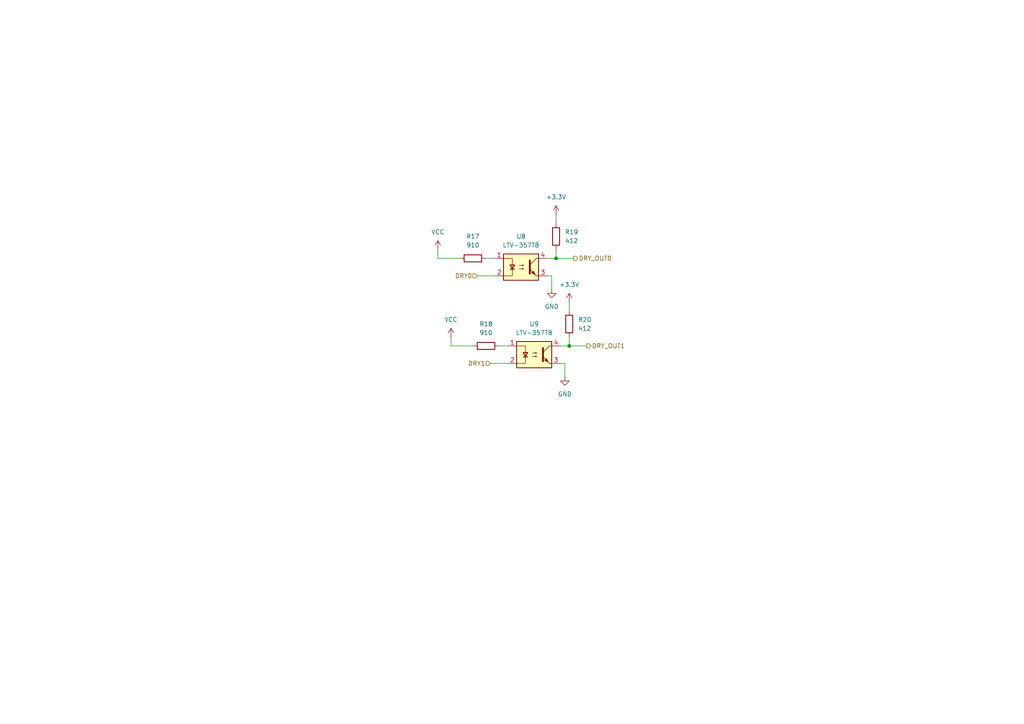
<source format=kicad_sch>
(kicad_sch
	(version 20250114)
	(generator "eeschema")
	(generator_version "9.0")
	(uuid "31d813c0-3519-4fd5-a836-e3af338a3e67")
	(paper "A4")
	(lib_symbols
		(symbol "Device:R"
			(pin_numbers
				(hide yes)
			)
			(pin_names
				(offset 0)
			)
			(exclude_from_sim no)
			(in_bom yes)
			(on_board yes)
			(property "Reference" "R"
				(at 2.032 0 90)
				(effects
					(font
						(size 1.27 1.27)
					)
				)
			)
			(property "Value" "R"
				(at 0 0 90)
				(effects
					(font
						(size 1.27 1.27)
					)
				)
			)
			(property "Footprint" ""
				(at -1.778 0 90)
				(effects
					(font
						(size 1.27 1.27)
					)
					(hide yes)
				)
			)
			(property "Datasheet" "~"
				(at 0 0 0)
				(effects
					(font
						(size 1.27 1.27)
					)
					(hide yes)
				)
			)
			(property "Description" "Resistor"
				(at 0 0 0)
				(effects
					(font
						(size 1.27 1.27)
					)
					(hide yes)
				)
			)
			(property "ki_keywords" "R res resistor"
				(at 0 0 0)
				(effects
					(font
						(size 1.27 1.27)
					)
					(hide yes)
				)
			)
			(property "ki_fp_filters" "R_*"
				(at 0 0 0)
				(effects
					(font
						(size 1.27 1.27)
					)
					(hide yes)
				)
			)
			(symbol "R_0_1"
				(rectangle
					(start -1.016 -2.54)
					(end 1.016 2.54)
					(stroke
						(width 0.254)
						(type default)
					)
					(fill
						(type none)
					)
				)
			)
			(symbol "R_1_1"
				(pin passive line
					(at 0 3.81 270)
					(length 1.27)
					(name "~"
						(effects
							(font
								(size 1.27 1.27)
							)
						)
					)
					(number "1"
						(effects
							(font
								(size 1.27 1.27)
							)
						)
					)
				)
				(pin passive line
					(at 0 -3.81 90)
					(length 1.27)
					(name "~"
						(effects
							(font
								(size 1.27 1.27)
							)
						)
					)
					(number "2"
						(effects
							(font
								(size 1.27 1.27)
							)
						)
					)
				)
			)
			(embedded_fonts no)
		)
		(symbol "Isolator:LTV-357T"
			(pin_names
				(offset 1.016)
			)
			(exclude_from_sim no)
			(in_bom yes)
			(on_board yes)
			(property "Reference" "U"
				(at -5.334 4.826 0)
				(effects
					(font
						(size 1.27 1.27)
					)
					(justify left)
				)
			)
			(property "Value" "LTV-357T"
				(at 0 5.08 0)
				(effects
					(font
						(size 1.27 1.27)
					)
					(justify left)
				)
			)
			(property "Footprint" "Package_SO:SO-4_4.4x3.6mm_P2.54mm"
				(at -5.08 -5.08 0)
				(effects
					(font
						(size 1.27 1.27)
						(italic yes)
					)
					(justify left)
					(hide yes)
				)
			)
			(property "Datasheet" "https://www.buerklin.com/medias/sys_master/download/download/h91/ha0/8892020588574.pdf"
				(at 0 0 0)
				(effects
					(font
						(size 1.27 1.27)
					)
					(justify left)
					(hide yes)
				)
			)
			(property "Description" "DC Optocoupler, Vce 35V, CTR 50%, SO-4"
				(at 0 0 0)
				(effects
					(font
						(size 1.27 1.27)
					)
					(hide yes)
				)
			)
			(property "ki_keywords" "NPN DC Optocoupler"
				(at 0 0 0)
				(effects
					(font
						(size 1.27 1.27)
					)
					(hide yes)
				)
			)
			(property "ki_fp_filters" "SO*4.4x3.6mm*P2.54mm*"
				(at 0 0 0)
				(effects
					(font
						(size 1.27 1.27)
					)
					(hide yes)
				)
			)
			(symbol "LTV-357T_0_1"
				(rectangle
					(start -5.08 3.81)
					(end 5.08 -3.81)
					(stroke
						(width 0.254)
						(type default)
					)
					(fill
						(type background)
					)
				)
				(polyline
					(pts
						(xy -5.08 2.54) (xy -2.54 2.54) (xy -2.54 -0.762)
					)
					(stroke
						(width 0)
						(type default)
					)
					(fill
						(type none)
					)
				)
				(polyline
					(pts
						(xy -3.175 -0.635) (xy -1.905 -0.635)
					)
					(stroke
						(width 0.254)
						(type default)
					)
					(fill
						(type none)
					)
				)
				(polyline
					(pts
						(xy -2.54 -0.635) (xy -2.54 -2.54) (xy -5.08 -2.54)
					)
					(stroke
						(width 0)
						(type default)
					)
					(fill
						(type none)
					)
				)
				(polyline
					(pts
						(xy -2.54 -0.635) (xy -3.175 0.635) (xy -1.905 0.635) (xy -2.54 -0.635)
					)
					(stroke
						(width 0.254)
						(type default)
					)
					(fill
						(type none)
					)
				)
				(polyline
					(pts
						(xy -0.508 0.508) (xy 0.762 0.508) (xy 0.381 0.381) (xy 0.381 0.635) (xy 0.762 0.508)
					)
					(stroke
						(width 0)
						(type default)
					)
					(fill
						(type none)
					)
				)
				(polyline
					(pts
						(xy -0.508 -0.508) (xy 0.762 -0.508) (xy 0.381 -0.635) (xy 0.381 -0.381) (xy 0.762 -0.508)
					)
					(stroke
						(width 0)
						(type default)
					)
					(fill
						(type none)
					)
				)
				(polyline
					(pts
						(xy 2.54 1.905) (xy 2.54 -1.905) (xy 2.54 -1.905)
					)
					(stroke
						(width 0.508)
						(type default)
					)
					(fill
						(type none)
					)
				)
				(polyline
					(pts
						(xy 2.54 0.635) (xy 4.445 2.54)
					)
					(stroke
						(width 0)
						(type default)
					)
					(fill
						(type none)
					)
				)
				(polyline
					(pts
						(xy 3.048 -1.651) (xy 3.556 -1.143) (xy 4.064 -2.159) (xy 3.048 -1.651) (xy 3.048 -1.651)
					)
					(stroke
						(width 0)
						(type default)
					)
					(fill
						(type outline)
					)
				)
				(polyline
					(pts
						(xy 4.445 2.54) (xy 5.08 2.54)
					)
					(stroke
						(width 0)
						(type default)
					)
					(fill
						(type none)
					)
				)
				(polyline
					(pts
						(xy 4.445 -2.54) (xy 2.54 -0.635)
					)
					(stroke
						(width 0)
						(type default)
					)
					(fill
						(type outline)
					)
				)
				(polyline
					(pts
						(xy 4.445 -2.54) (xy 5.08 -2.54)
					)
					(stroke
						(width 0)
						(type default)
					)
					(fill
						(type none)
					)
				)
			)
			(symbol "LTV-357T_1_1"
				(pin passive line
					(at -7.62 2.54 0)
					(length 2.54)
					(name "~"
						(effects
							(font
								(size 1.27 1.27)
							)
						)
					)
					(number "1"
						(effects
							(font
								(size 1.27 1.27)
							)
						)
					)
				)
				(pin passive line
					(at -7.62 -2.54 0)
					(length 2.54)
					(name "~"
						(effects
							(font
								(size 1.27 1.27)
							)
						)
					)
					(number "2"
						(effects
							(font
								(size 1.27 1.27)
							)
						)
					)
				)
				(pin passive line
					(at 7.62 2.54 180)
					(length 2.54)
					(name "~"
						(effects
							(font
								(size 1.27 1.27)
							)
						)
					)
					(number "4"
						(effects
							(font
								(size 1.27 1.27)
							)
						)
					)
				)
				(pin passive line
					(at 7.62 -2.54 180)
					(length 2.54)
					(name "~"
						(effects
							(font
								(size 1.27 1.27)
							)
						)
					)
					(number "3"
						(effects
							(font
								(size 1.27 1.27)
							)
						)
					)
				)
			)
			(embedded_fonts no)
		)
		(symbol "power:+3.3V"
			(power)
			(pin_numbers
				(hide yes)
			)
			(pin_names
				(offset 0)
				(hide yes)
			)
			(exclude_from_sim no)
			(in_bom yes)
			(on_board yes)
			(property "Reference" "#PWR"
				(at 0 -3.81 0)
				(effects
					(font
						(size 1.27 1.27)
					)
					(hide yes)
				)
			)
			(property "Value" "+3.3V"
				(at 0 3.556 0)
				(effects
					(font
						(size 1.27 1.27)
					)
				)
			)
			(property "Footprint" ""
				(at 0 0 0)
				(effects
					(font
						(size 1.27 1.27)
					)
					(hide yes)
				)
			)
			(property "Datasheet" ""
				(at 0 0 0)
				(effects
					(font
						(size 1.27 1.27)
					)
					(hide yes)
				)
			)
			(property "Description" "Power symbol creates a global label with name \"+3.3V\""
				(at 0 0 0)
				(effects
					(font
						(size 1.27 1.27)
					)
					(hide yes)
				)
			)
			(property "ki_keywords" "global power"
				(at 0 0 0)
				(effects
					(font
						(size 1.27 1.27)
					)
					(hide yes)
				)
			)
			(symbol "+3.3V_0_1"
				(polyline
					(pts
						(xy -0.762 1.27) (xy 0 2.54)
					)
					(stroke
						(width 0)
						(type default)
					)
					(fill
						(type none)
					)
				)
				(polyline
					(pts
						(xy 0 2.54) (xy 0.762 1.27)
					)
					(stroke
						(width 0)
						(type default)
					)
					(fill
						(type none)
					)
				)
				(polyline
					(pts
						(xy 0 0) (xy 0 2.54)
					)
					(stroke
						(width 0)
						(type default)
					)
					(fill
						(type none)
					)
				)
			)
			(symbol "+3.3V_1_1"
				(pin power_in line
					(at 0 0 90)
					(length 0)
					(name "~"
						(effects
							(font
								(size 1.27 1.27)
							)
						)
					)
					(number "1"
						(effects
							(font
								(size 1.27 1.27)
							)
						)
					)
				)
			)
			(embedded_fonts no)
		)
		(symbol "power:GND"
			(power)
			(pin_numbers
				(hide yes)
			)
			(pin_names
				(offset 0)
				(hide yes)
			)
			(exclude_from_sim no)
			(in_bom yes)
			(on_board yes)
			(property "Reference" "#PWR"
				(at 0 -6.35 0)
				(effects
					(font
						(size 1.27 1.27)
					)
					(hide yes)
				)
			)
			(property "Value" "GND"
				(at 0 -3.81 0)
				(effects
					(font
						(size 1.27 1.27)
					)
				)
			)
			(property "Footprint" ""
				(at 0 0 0)
				(effects
					(font
						(size 1.27 1.27)
					)
					(hide yes)
				)
			)
			(property "Datasheet" ""
				(at 0 0 0)
				(effects
					(font
						(size 1.27 1.27)
					)
					(hide yes)
				)
			)
			(property "Description" "Power symbol creates a global label with name \"GND\" , ground"
				(at 0 0 0)
				(effects
					(font
						(size 1.27 1.27)
					)
					(hide yes)
				)
			)
			(property "ki_keywords" "global power"
				(at 0 0 0)
				(effects
					(font
						(size 1.27 1.27)
					)
					(hide yes)
				)
			)
			(symbol "GND_0_1"
				(polyline
					(pts
						(xy 0 0) (xy 0 -1.27) (xy 1.27 -1.27) (xy 0 -2.54) (xy -1.27 -1.27) (xy 0 -1.27)
					)
					(stroke
						(width 0)
						(type default)
					)
					(fill
						(type none)
					)
				)
			)
			(symbol "GND_1_1"
				(pin power_in line
					(at 0 0 270)
					(length 0)
					(name "~"
						(effects
							(font
								(size 1.27 1.27)
							)
						)
					)
					(number "1"
						(effects
							(font
								(size 1.27 1.27)
							)
						)
					)
				)
			)
			(embedded_fonts no)
		)
		(symbol "power:VCC"
			(power)
			(pin_numbers
				(hide yes)
			)
			(pin_names
				(offset 0)
				(hide yes)
			)
			(exclude_from_sim no)
			(in_bom yes)
			(on_board yes)
			(property "Reference" "#PWR"
				(at 0 -3.81 0)
				(effects
					(font
						(size 1.27 1.27)
					)
					(hide yes)
				)
			)
			(property "Value" "VCC"
				(at 0 3.556 0)
				(effects
					(font
						(size 1.27 1.27)
					)
				)
			)
			(property "Footprint" ""
				(at 0 0 0)
				(effects
					(font
						(size 1.27 1.27)
					)
					(hide yes)
				)
			)
			(property "Datasheet" ""
				(at 0 0 0)
				(effects
					(font
						(size 1.27 1.27)
					)
					(hide yes)
				)
			)
			(property "Description" "Power symbol creates a global label with name \"VCC\""
				(at 0 0 0)
				(effects
					(font
						(size 1.27 1.27)
					)
					(hide yes)
				)
			)
			(property "ki_keywords" "global power"
				(at 0 0 0)
				(effects
					(font
						(size 1.27 1.27)
					)
					(hide yes)
				)
			)
			(symbol "VCC_0_1"
				(polyline
					(pts
						(xy -0.762 1.27) (xy 0 2.54)
					)
					(stroke
						(width 0)
						(type default)
					)
					(fill
						(type none)
					)
				)
				(polyline
					(pts
						(xy 0 2.54) (xy 0.762 1.27)
					)
					(stroke
						(width 0)
						(type default)
					)
					(fill
						(type none)
					)
				)
				(polyline
					(pts
						(xy 0 0) (xy 0 2.54)
					)
					(stroke
						(width 0)
						(type default)
					)
					(fill
						(type none)
					)
				)
			)
			(symbol "VCC_1_1"
				(pin power_in line
					(at 0 0 90)
					(length 0)
					(name "~"
						(effects
							(font
								(size 1.27 1.27)
							)
						)
					)
					(number "1"
						(effects
							(font
								(size 1.27 1.27)
							)
						)
					)
				)
			)
			(embedded_fonts no)
		)
	)
	(junction
		(at 165.1 100.33)
		(diameter 0)
		(color 0 0 0 0)
		(uuid "17fb3a03-1e74-4ca3-ae9f-9ede7adeb6ca")
	)
	(junction
		(at 161.29 74.93)
		(diameter 0)
		(color 0 0 0 0)
		(uuid "bb019292-45bd-4871-9197-493c2c605e21")
	)
	(wire
		(pts
			(xy 165.1 100.33) (xy 170.18 100.33)
		)
		(stroke
			(width 0)
			(type default)
		)
		(uuid "0a350830-0cc0-4f2a-a17c-87ef28f70240")
	)
	(wire
		(pts
			(xy 127 74.93) (xy 133.35 74.93)
		)
		(stroke
			(width 0)
			(type default)
		)
		(uuid "0af8aba1-6da1-4412-a73e-b8464488487f")
	)
	(wire
		(pts
			(xy 130.81 100.33) (xy 137.16 100.33)
		)
		(stroke
			(width 0)
			(type default)
		)
		(uuid "489c056c-c93c-42c0-a07a-e21a7ff4237b")
	)
	(wire
		(pts
			(xy 161.29 62.23) (xy 161.29 64.77)
		)
		(stroke
			(width 0)
			(type default)
		)
		(uuid "496919ab-8d1a-4f7e-92c9-3fbed15b24d3")
	)
	(wire
		(pts
			(xy 144.78 100.33) (xy 147.32 100.33)
		)
		(stroke
			(width 0)
			(type default)
		)
		(uuid "4cfc7a08-8044-457b-8ccb-961e49c41555")
	)
	(wire
		(pts
			(xy 161.29 74.93) (xy 161.29 72.39)
		)
		(stroke
			(width 0)
			(type default)
		)
		(uuid "57f63424-4dab-44a6-816c-12084a9adb5f")
	)
	(wire
		(pts
			(xy 138.43 80.01) (xy 143.51 80.01)
		)
		(stroke
			(width 0)
			(type default)
		)
		(uuid "6d795573-2562-4fb7-afd7-383f0c598040")
	)
	(wire
		(pts
			(xy 140.97 74.93) (xy 143.51 74.93)
		)
		(stroke
			(width 0)
			(type default)
		)
		(uuid "774e46ef-fce7-49a2-8be6-b08815428ea8")
	)
	(wire
		(pts
			(xy 130.81 97.79) (xy 130.81 100.33)
		)
		(stroke
			(width 0)
			(type default)
		)
		(uuid "81fa8897-0bcc-41d4-a133-1b39605f16f6")
	)
	(wire
		(pts
			(xy 127 72.39) (xy 127 74.93)
		)
		(stroke
			(width 0)
			(type default)
		)
		(uuid "92562888-d9cb-4bc1-a12d-f80bdf124145")
	)
	(wire
		(pts
			(xy 163.83 109.22) (xy 163.83 105.41)
		)
		(stroke
			(width 0)
			(type default)
		)
		(uuid "939e6223-1da2-4dfb-b7ab-b07c453994f1")
	)
	(wire
		(pts
			(xy 158.75 74.93) (xy 161.29 74.93)
		)
		(stroke
			(width 0)
			(type default)
		)
		(uuid "9cbf7884-f9ef-468c-b48f-941454b24960")
	)
	(wire
		(pts
			(xy 162.56 100.33) (xy 165.1 100.33)
		)
		(stroke
			(width 0)
			(type default)
		)
		(uuid "a103405d-14a4-4ac3-af30-c08aa92db371")
	)
	(wire
		(pts
			(xy 142.24 105.41) (xy 147.32 105.41)
		)
		(stroke
			(width 0)
			(type default)
		)
		(uuid "aab1eecf-e5bc-4c64-b1d7-737b1276c079")
	)
	(wire
		(pts
			(xy 160.02 83.82) (xy 160.02 80.01)
		)
		(stroke
			(width 0)
			(type default)
		)
		(uuid "b896aca2-e550-420d-a64f-f725209b64d9")
	)
	(wire
		(pts
			(xy 161.29 74.93) (xy 166.37 74.93)
		)
		(stroke
			(width 0)
			(type default)
		)
		(uuid "bbe7e77e-1008-4437-9a64-4b55190fb024")
	)
	(wire
		(pts
			(xy 163.83 105.41) (xy 162.56 105.41)
		)
		(stroke
			(width 0)
			(type default)
		)
		(uuid "cad171cc-0ff9-4653-8dfd-7700db0e8018")
	)
	(wire
		(pts
			(xy 165.1 87.63) (xy 165.1 90.17)
		)
		(stroke
			(width 0)
			(type default)
		)
		(uuid "e9af7a50-46c5-4ac9-9b46-9718fe11d44c")
	)
	(wire
		(pts
			(xy 160.02 80.01) (xy 158.75 80.01)
		)
		(stroke
			(width 0)
			(type default)
		)
		(uuid "eea65538-504d-40ec-bae2-88ff3bf0e5aa")
	)
	(wire
		(pts
			(xy 165.1 100.33) (xy 165.1 97.79)
		)
		(stroke
			(width 0)
			(type default)
		)
		(uuid "f20ca3a3-dd8c-49d3-b00e-674c66794f74")
	)
	(hierarchical_label "DRY_OUT0"
		(shape output)
		(at 166.37 74.93 0)
		(effects
			(font
				(size 1.27 1.27)
			)
			(justify left)
		)
		(uuid "5947acb7-aa23-4a0d-8033-26b0b2366a1c")
	)
	(hierarchical_label "DRY1"
		(shape input)
		(at 142.24 105.41 180)
		(effects
			(font
				(size 1.27 1.27)
			)
			(justify right)
		)
		(uuid "9227c51b-c70b-4c7e-bbd3-69eb193aab7d")
	)
	(hierarchical_label "DRY_OUT1"
		(shape output)
		(at 170.18 100.33 0)
		(effects
			(font
				(size 1.27 1.27)
			)
			(justify left)
		)
		(uuid "e61caad3-fe25-4324-bb14-cb3a2db0aa20")
	)
	(hierarchical_label "DRY0"
		(shape input)
		(at 138.43 80.01 180)
		(effects
			(font
				(size 1.27 1.27)
			)
			(justify right)
		)
		(uuid "f3413a76-14a1-4182-81d4-a55d28eac864")
	)
	(symbol
		(lib_id "Device:R")
		(at 161.29 68.58 180)
		(unit 1)
		(exclude_from_sim no)
		(in_bom yes)
		(on_board yes)
		(dnp no)
		(fields_autoplaced yes)
		(uuid "358a3407-699a-449b-8f94-0b1618813dc5")
		(property "Reference" "R19"
			(at 163.83 67.3099 0)
			(effects
				(font
					(size 1.27 1.27)
				)
				(justify right)
			)
		)
		(property "Value" "412"
			(at 163.83 69.8499 0)
			(effects
				(font
					(size 1.27 1.27)
				)
				(justify right)
			)
		)
		(property "Footprint" "Resistor_SMD:R_0603_1608Metric"
			(at 163.068 68.58 90)
			(effects
				(font
					(size 1.27 1.27)
				)
				(hide yes)
			)
		)
		(property "Datasheet" "~"
			(at 161.29 68.58 0)
			(effects
				(font
					(size 1.27 1.27)
				)
				(hide yes)
			)
		)
		(property "Description" "Resistor"
			(at 161.29 68.58 0)
			(effects
				(font
					(size 1.27 1.27)
				)
				(hide yes)
			)
		)
		(pin "1"
			(uuid "a3dbcf10-af81-491e-9a53-edc1a9ba2e7b")
		)
		(pin "2"
			(uuid "e6f0e4ab-0026-490b-bdd7-fb918463cffb")
		)
		(instances
			(project "NIVARA"
				(path "/8290cc18-06d0-4e02-a781-29a61ebc321a/9e4d7a0c-a5eb-4e88-9036-0c35e68b279a/2ac137b5-1347-46a5-b780-a606790c1a93"
					(reference "R19")
					(unit 1)
				)
			)
			(project "NIVARA_ZorionX_BOARD"
				(path "/8e19332e-3534-4a04-99a8-04957ac8928f/2ac137b5-1347-46a5-b780-a606790c1a93"
					(reference "R?")
					(unit 1)
				)
			)
		)
	)
	(symbol
		(lib_id "power:+3.3V")
		(at 161.29 62.23 0)
		(unit 1)
		(exclude_from_sim no)
		(in_bom yes)
		(on_board yes)
		(dnp no)
		(fields_autoplaced yes)
		(uuid "43d2a63a-8791-4041-a987-4fadb05ac615")
		(property "Reference" "#PWR046"
			(at 161.29 66.04 0)
			(effects
				(font
					(size 1.27 1.27)
				)
				(hide yes)
			)
		)
		(property "Value" "+3.3V"
			(at 161.29 57.15 0)
			(effects
				(font
					(size 1.27 1.27)
				)
			)
		)
		(property "Footprint" ""
			(at 161.29 62.23 0)
			(effects
				(font
					(size 1.27 1.27)
				)
				(hide yes)
			)
		)
		(property "Datasheet" ""
			(at 161.29 62.23 0)
			(effects
				(font
					(size 1.27 1.27)
				)
				(hide yes)
			)
		)
		(property "Description" "Power symbol creates a global label with name \"+3.3V\""
			(at 161.29 62.23 0)
			(effects
				(font
					(size 1.27 1.27)
				)
				(hide yes)
			)
		)
		(pin "1"
			(uuid "f4150437-3b6f-4d2a-8058-1313413c74c8")
		)
		(instances
			(project "NIVARA"
				(path "/8290cc18-06d0-4e02-a781-29a61ebc321a/9e4d7a0c-a5eb-4e88-9036-0c35e68b279a/2ac137b5-1347-46a5-b780-a606790c1a93"
					(reference "#PWR046")
					(unit 1)
				)
			)
			(project "NIVARA_ZorionX_BOARD"
				(path "/8e19332e-3534-4a04-99a8-04957ac8928f/2ac137b5-1347-46a5-b780-a606790c1a93"
					(reference "#PWR?")
					(unit 1)
				)
			)
		)
	)
	(symbol
		(lib_id "power:+3.3V")
		(at 165.1 87.63 0)
		(unit 1)
		(exclude_from_sim no)
		(in_bom yes)
		(on_board yes)
		(dnp no)
		(fields_autoplaced yes)
		(uuid "515384e8-a0b6-43b5-a391-74963c0a40c4")
		(property "Reference" "#PWR048"
			(at 165.1 91.44 0)
			(effects
				(font
					(size 1.27 1.27)
				)
				(hide yes)
			)
		)
		(property "Value" "+3.3V"
			(at 165.1 82.55 0)
			(effects
				(font
					(size 1.27 1.27)
				)
			)
		)
		(property "Footprint" ""
			(at 165.1 87.63 0)
			(effects
				(font
					(size 1.27 1.27)
				)
				(hide yes)
			)
		)
		(property "Datasheet" ""
			(at 165.1 87.63 0)
			(effects
				(font
					(size 1.27 1.27)
				)
				(hide yes)
			)
		)
		(property "Description" "Power symbol creates a global label with name \"+3.3V\""
			(at 165.1 87.63 0)
			(effects
				(font
					(size 1.27 1.27)
				)
				(hide yes)
			)
		)
		(pin "1"
			(uuid "ff07c4d4-6502-4fdb-8b8c-184ad6761029")
		)
		(instances
			(project "NIVARA"
				(path "/8290cc18-06d0-4e02-a781-29a61ebc321a/9e4d7a0c-a5eb-4e88-9036-0c35e68b279a/2ac137b5-1347-46a5-b780-a606790c1a93"
					(reference "#PWR048")
					(unit 1)
				)
			)
			(project "NIVARA_ZorionX_BOARD"
				(path "/8e19332e-3534-4a04-99a8-04957ac8928f/2ac137b5-1347-46a5-b780-a606790c1a93"
					(reference "#PWR?")
					(unit 1)
				)
			)
		)
	)
	(symbol
		(lib_id "power:VCC")
		(at 127 72.39 0)
		(unit 1)
		(exclude_from_sim no)
		(in_bom yes)
		(on_board yes)
		(dnp no)
		(fields_autoplaced yes)
		(uuid "5b957901-846e-4717-87bd-00d657e0689b")
		(property "Reference" "#PWR043"
			(at 127 76.2 0)
			(effects
				(font
					(size 1.27 1.27)
				)
				(hide yes)
			)
		)
		(property "Value" "VCC"
			(at 127 67.31 0)
			(effects
				(font
					(size 1.27 1.27)
				)
			)
		)
		(property "Footprint" ""
			(at 127 72.39 0)
			(effects
				(font
					(size 1.27 1.27)
				)
				(hide yes)
			)
		)
		(property "Datasheet" ""
			(at 127 72.39 0)
			(effects
				(font
					(size 1.27 1.27)
				)
				(hide yes)
			)
		)
		(property "Description" "Power symbol creates a global label with name \"VCC\""
			(at 127 72.39 0)
			(effects
				(font
					(size 1.27 1.27)
				)
				(hide yes)
			)
		)
		(pin "1"
			(uuid "e05993cf-8081-4d96-bdb4-166486b43f9d")
		)
		(instances
			(project ""
				(path "/8290cc18-06d0-4e02-a781-29a61ebc321a/9e4d7a0c-a5eb-4e88-9036-0c35e68b279a/2ac137b5-1347-46a5-b780-a606790c1a93"
					(reference "#PWR043")
					(unit 1)
				)
			)
			(project "NIVARA_ZorionX_BOARD"
				(path "/8e19332e-3534-4a04-99a8-04957ac8928f/2ac137b5-1347-46a5-b780-a606790c1a93"
					(reference "#PWR?")
					(unit 1)
				)
			)
		)
	)
	(symbol
		(lib_id "Isolator:LTV-357T")
		(at 151.13 77.47 0)
		(unit 1)
		(exclude_from_sim no)
		(in_bom yes)
		(on_board yes)
		(dnp no)
		(fields_autoplaced yes)
		(uuid "8941b3df-0541-422d-8b8d-b7d5eaa80e50")
		(property "Reference" "U8"
			(at 151.13 68.58 0)
			(effects
				(font
					(size 1.27 1.27)
				)
			)
		)
		(property "Value" "LTV-357TB"
			(at 151.13 71.12 0)
			(effects
				(font
					(size 1.27 1.27)
				)
			)
		)
		(property "Footprint" "Package_SO:SO-4_4.4x3.6mm_P2.54mm"
			(at 146.05 82.55 0)
			(effects
				(font
					(size 1.27 1.27)
					(italic yes)
				)
				(justify left)
				(hide yes)
			)
		)
		(property "Datasheet" "https://www.buerklin.com/medias/sys_master/download/download/h91/ha0/8892020588574.pdf"
			(at 151.13 77.47 0)
			(effects
				(font
					(size 1.27 1.27)
				)
				(justify left)
				(hide yes)
			)
		)
		(property "Description" "DC Optocoupler, Vce 35V, CTR 50%, SO-4"
			(at 151.13 77.47 0)
			(effects
				(font
					(size 1.27 1.27)
				)
				(hide yes)
			)
		)
		(pin "3"
			(uuid "d398a175-b7a8-4eb7-8193-6551d94ee85c")
		)
		(pin "1"
			(uuid "10d552bf-ee51-4f11-bf5e-4a0f6649795a")
		)
		(pin "2"
			(uuid "96c47374-73ea-4071-85c2-dded1a153366")
		)
		(pin "4"
			(uuid "33c9c732-4990-4709-8943-fe582073e77d")
		)
		(instances
			(project "NIVARA"
				(path "/8290cc18-06d0-4e02-a781-29a61ebc321a/9e4d7a0c-a5eb-4e88-9036-0c35e68b279a/2ac137b5-1347-46a5-b780-a606790c1a93"
					(reference "U8")
					(unit 1)
				)
			)
			(project "NIVARA_ZorionX_BOARD"
				(path "/8e19332e-3534-4a04-99a8-04957ac8928f/2ac137b5-1347-46a5-b780-a606790c1a93"
					(reference "U?")
					(unit 1)
				)
			)
		)
	)
	(symbol
		(lib_id "Device:R")
		(at 165.1 93.98 180)
		(unit 1)
		(exclude_from_sim no)
		(in_bom yes)
		(on_board yes)
		(dnp no)
		(fields_autoplaced yes)
		(uuid "8f920f08-0501-490e-b9ec-230fea39de69")
		(property "Reference" "R20"
			(at 167.64 92.7099 0)
			(effects
				(font
					(size 1.27 1.27)
				)
				(justify right)
			)
		)
		(property "Value" "412"
			(at 167.64 95.2499 0)
			(effects
				(font
					(size 1.27 1.27)
				)
				(justify right)
			)
		)
		(property "Footprint" "Resistor_SMD:R_0603_1608Metric"
			(at 166.878 93.98 90)
			(effects
				(font
					(size 1.27 1.27)
				)
				(hide yes)
			)
		)
		(property "Datasheet" "~"
			(at 165.1 93.98 0)
			(effects
				(font
					(size 1.27 1.27)
				)
				(hide yes)
			)
		)
		(property "Description" "Resistor"
			(at 165.1 93.98 0)
			(effects
				(font
					(size 1.27 1.27)
				)
				(hide yes)
			)
		)
		(pin "1"
			(uuid "5f634ea2-2ed1-47a8-94db-f2cdc200aa4e")
		)
		(pin "2"
			(uuid "b1c645b3-cd8b-4c75-95eb-9652e8d88576")
		)
		(instances
			(project "NIVARA"
				(path "/8290cc18-06d0-4e02-a781-29a61ebc321a/9e4d7a0c-a5eb-4e88-9036-0c35e68b279a/2ac137b5-1347-46a5-b780-a606790c1a93"
					(reference "R20")
					(unit 1)
				)
			)
			(project "NIVARA_ZorionX_BOARD"
				(path "/8e19332e-3534-4a04-99a8-04957ac8928f/2ac137b5-1347-46a5-b780-a606790c1a93"
					(reference "R?")
					(unit 1)
				)
			)
		)
	)
	(symbol
		(lib_id "Device:R")
		(at 137.16 74.93 90)
		(unit 1)
		(exclude_from_sim no)
		(in_bom yes)
		(on_board yes)
		(dnp no)
		(fields_autoplaced yes)
		(uuid "9b8b309d-8756-4545-9967-c26c9642e73c")
		(property "Reference" "R17"
			(at 137.16 68.58 90)
			(effects
				(font
					(size 1.27 1.27)
				)
			)
		)
		(property "Value" "910"
			(at 137.16 71.12 90)
			(effects
				(font
					(size 1.27 1.27)
				)
			)
		)
		(property "Footprint" "Resistor_SMD:R_0603_1608Metric"
			(at 137.16 76.708 90)
			(effects
				(font
					(size 1.27 1.27)
				)
				(hide yes)
			)
		)
		(property "Datasheet" "~"
			(at 137.16 74.93 0)
			(effects
				(font
					(size 1.27 1.27)
				)
				(hide yes)
			)
		)
		(property "Description" "Resistor"
			(at 137.16 74.93 0)
			(effects
				(font
					(size 1.27 1.27)
				)
				(hide yes)
			)
		)
		(property "LCSC#" "C114670"
			(at 137.16 74.93 90)
			(effects
				(font
					(size 1.27 1.27)
				)
				(hide yes)
			)
		)
		(pin "1"
			(uuid "c04e6976-b35b-429a-bf3f-3b69dccb7b9f")
		)
		(pin "2"
			(uuid "06394ec1-ac1a-4f4d-82aa-4c8f2c291a91")
		)
		(instances
			(project "NIVARA"
				(path "/8290cc18-06d0-4e02-a781-29a61ebc321a/9e4d7a0c-a5eb-4e88-9036-0c35e68b279a/2ac137b5-1347-46a5-b780-a606790c1a93"
					(reference "R17")
					(unit 1)
				)
			)
			(project "NIVARA_ZorionX_BOARD"
				(path "/8e19332e-3534-4a04-99a8-04957ac8928f/2ac137b5-1347-46a5-b780-a606790c1a93"
					(reference "R?")
					(unit 1)
				)
			)
		)
	)
	(symbol
		(lib_id "Device:R")
		(at 140.97 100.33 90)
		(unit 1)
		(exclude_from_sim no)
		(in_bom yes)
		(on_board yes)
		(dnp no)
		(fields_autoplaced yes)
		(uuid "a1eb8860-1fd9-48cb-9d1a-78190e546557")
		(property "Reference" "R18"
			(at 140.97 93.98 90)
			(effects
				(font
					(size 1.27 1.27)
				)
			)
		)
		(property "Value" "910"
			(at 140.97 96.52 90)
			(effects
				(font
					(size 1.27 1.27)
				)
			)
		)
		(property "Footprint" "Resistor_SMD:R_0603_1608Metric"
			(at 140.97 102.108 90)
			(effects
				(font
					(size 1.27 1.27)
				)
				(hide yes)
			)
		)
		(property "Datasheet" "~"
			(at 140.97 100.33 0)
			(effects
				(font
					(size 1.27 1.27)
				)
				(hide yes)
			)
		)
		(property "Description" "Resistor"
			(at 140.97 100.33 0)
			(effects
				(font
					(size 1.27 1.27)
				)
				(hide yes)
			)
		)
		(property "LCSC#" "C114670"
			(at 140.97 100.33 90)
			(effects
				(font
					(size 1.27 1.27)
				)
				(hide yes)
			)
		)
		(pin "1"
			(uuid "68e9a137-5698-4820-ba00-f4d0ba292513")
		)
		(pin "2"
			(uuid "bbc7be1e-06cf-41de-9735-7b0c11de5c3a")
		)
		(instances
			(project "NIVARA"
				(path "/8290cc18-06d0-4e02-a781-29a61ebc321a/9e4d7a0c-a5eb-4e88-9036-0c35e68b279a/2ac137b5-1347-46a5-b780-a606790c1a93"
					(reference "R18")
					(unit 1)
				)
			)
			(project "NIVARA_ZorionX_BOARD"
				(path "/8e19332e-3534-4a04-99a8-04957ac8928f/2ac137b5-1347-46a5-b780-a606790c1a93"
					(reference "R?")
					(unit 1)
				)
			)
		)
	)
	(symbol
		(lib_id "power:GND")
		(at 160.02 83.82 0)
		(unit 1)
		(exclude_from_sim no)
		(in_bom yes)
		(on_board yes)
		(dnp no)
		(fields_autoplaced yes)
		(uuid "ac77745a-014e-424a-ba49-347c4b6959e4")
		(property "Reference" "#PWR045"
			(at 160.02 90.17 0)
			(effects
				(font
					(size 1.27 1.27)
				)
				(hide yes)
			)
		)
		(property "Value" "GND"
			(at 160.02 88.9 0)
			(effects
				(font
					(size 1.27 1.27)
				)
			)
		)
		(property "Footprint" ""
			(at 160.02 83.82 0)
			(effects
				(font
					(size 1.27 1.27)
				)
				(hide yes)
			)
		)
		(property "Datasheet" ""
			(at 160.02 83.82 0)
			(effects
				(font
					(size 1.27 1.27)
				)
				(hide yes)
			)
		)
		(property "Description" "Power symbol creates a global label with name \"GND\" , ground"
			(at 160.02 83.82 0)
			(effects
				(font
					(size 1.27 1.27)
				)
				(hide yes)
			)
		)
		(pin "1"
			(uuid "3ad1c69d-348e-4cc3-82b3-6bb3132c8356")
		)
		(instances
			(project "NIVARA"
				(path "/8290cc18-06d0-4e02-a781-29a61ebc321a/9e4d7a0c-a5eb-4e88-9036-0c35e68b279a/2ac137b5-1347-46a5-b780-a606790c1a93"
					(reference "#PWR045")
					(unit 1)
				)
			)
			(project "NIVARA_ZorionX_BOARD"
				(path "/8e19332e-3534-4a04-99a8-04957ac8928f/2ac137b5-1347-46a5-b780-a606790c1a93"
					(reference "#PWR?")
					(unit 1)
				)
			)
		)
	)
	(symbol
		(lib_id "power:GND")
		(at 163.83 109.22 0)
		(unit 1)
		(exclude_from_sim no)
		(in_bom yes)
		(on_board yes)
		(dnp no)
		(fields_autoplaced yes)
		(uuid "d22b6c30-7b6f-485e-8b21-5fbd33af130f")
		(property "Reference" "#PWR047"
			(at 163.83 115.57 0)
			(effects
				(font
					(size 1.27 1.27)
				)
				(hide yes)
			)
		)
		(property "Value" "GND"
			(at 163.83 114.3 0)
			(effects
				(font
					(size 1.27 1.27)
				)
			)
		)
		(property "Footprint" ""
			(at 163.83 109.22 0)
			(effects
				(font
					(size 1.27 1.27)
				)
				(hide yes)
			)
		)
		(property "Datasheet" ""
			(at 163.83 109.22 0)
			(effects
				(font
					(size 1.27 1.27)
				)
				(hide yes)
			)
		)
		(property "Description" "Power symbol creates a global label with name \"GND\" , ground"
			(at 163.83 109.22 0)
			(effects
				(font
					(size 1.27 1.27)
				)
				(hide yes)
			)
		)
		(pin "1"
			(uuid "6d8a03ec-8f3c-4c11-a5de-0956a777f94f")
		)
		(instances
			(project "NIVARA"
				(path "/8290cc18-06d0-4e02-a781-29a61ebc321a/9e4d7a0c-a5eb-4e88-9036-0c35e68b279a/2ac137b5-1347-46a5-b780-a606790c1a93"
					(reference "#PWR047")
					(unit 1)
				)
			)
			(project "NIVARA_ZorionX_BOARD"
				(path "/8e19332e-3534-4a04-99a8-04957ac8928f/2ac137b5-1347-46a5-b780-a606790c1a93"
					(reference "#PWR?")
					(unit 1)
				)
			)
		)
	)
	(symbol
		(lib_id "Isolator:LTV-357T")
		(at 154.94 102.87 0)
		(unit 1)
		(exclude_from_sim no)
		(in_bom yes)
		(on_board yes)
		(dnp no)
		(fields_autoplaced yes)
		(uuid "dbe8753d-1c00-47d0-ac20-3e2b515fb6b8")
		(property "Reference" "U9"
			(at 154.94 93.98 0)
			(effects
				(font
					(size 1.27 1.27)
				)
			)
		)
		(property "Value" "LTV-357TB"
			(at 154.94 96.52 0)
			(effects
				(font
					(size 1.27 1.27)
				)
			)
		)
		(property "Footprint" "Package_SO:SO-4_4.4x3.6mm_P2.54mm"
			(at 149.86 107.95 0)
			(effects
				(font
					(size 1.27 1.27)
					(italic yes)
				)
				(justify left)
				(hide yes)
			)
		)
		(property "Datasheet" "https://www.buerklin.com/medias/sys_master/download/download/h91/ha0/8892020588574.pdf"
			(at 154.94 102.87 0)
			(effects
				(font
					(size 1.27 1.27)
				)
				(justify left)
				(hide yes)
			)
		)
		(property "Description" "DC Optocoupler, Vce 35V, CTR 50%, SO-4"
			(at 154.94 102.87 0)
			(effects
				(font
					(size 1.27 1.27)
				)
				(hide yes)
			)
		)
		(pin "3"
			(uuid "38435426-6f92-43f3-90a4-91ce37b64443")
		)
		(pin "1"
			(uuid "45083ab3-5e5b-45be-afd7-325f389ba47d")
		)
		(pin "2"
			(uuid "eb92de25-0e4b-4f17-a6be-6581d809be22")
		)
		(pin "4"
			(uuid "51e08f23-f29c-46e0-954f-2816d2bd0228")
		)
		(instances
			(project "NIVARA"
				(path "/8290cc18-06d0-4e02-a781-29a61ebc321a/9e4d7a0c-a5eb-4e88-9036-0c35e68b279a/2ac137b5-1347-46a5-b780-a606790c1a93"
					(reference "U9")
					(unit 1)
				)
			)
			(project "NIVARA_ZorionX_BOARD"
				(path "/8e19332e-3534-4a04-99a8-04957ac8928f/2ac137b5-1347-46a5-b780-a606790c1a93"
					(reference "U?")
					(unit 1)
				)
			)
		)
	)
	(symbol
		(lib_id "power:VCC")
		(at 130.81 97.79 0)
		(unit 1)
		(exclude_from_sim no)
		(in_bom yes)
		(on_board yes)
		(dnp no)
		(fields_autoplaced yes)
		(uuid "eddf6537-9ca0-4c2b-b65f-3286c168bc02")
		(property "Reference" "#PWR044"
			(at 130.81 101.6 0)
			(effects
				(font
					(size 1.27 1.27)
				)
				(hide yes)
			)
		)
		(property "Value" "VCC"
			(at 130.81 92.71 0)
			(effects
				(font
					(size 1.27 1.27)
				)
			)
		)
		(property "Footprint" ""
			(at 130.81 97.79 0)
			(effects
				(font
					(size 1.27 1.27)
				)
				(hide yes)
			)
		)
		(property "Datasheet" ""
			(at 130.81 97.79 0)
			(effects
				(font
					(size 1.27 1.27)
				)
				(hide yes)
			)
		)
		(property "Description" "Power symbol creates a global label with name \"VCC\""
			(at 130.81 97.79 0)
			(effects
				(font
					(size 1.27 1.27)
				)
				(hide yes)
			)
		)
		(pin "1"
			(uuid "8bef2c54-ba7e-4da3-a141-52068c072062")
		)
		(instances
			(project "NIVARA"
				(path "/8290cc18-06d0-4e02-a781-29a61ebc321a/9e4d7a0c-a5eb-4e88-9036-0c35e68b279a/2ac137b5-1347-46a5-b780-a606790c1a93"
					(reference "#PWR044")
					(unit 1)
				)
			)
			(project "NIVARA_ZorionX_BOARD"
				(path "/8e19332e-3534-4a04-99a8-04957ac8928f/2ac137b5-1347-46a5-b780-a606790c1a93"
					(reference "#PWR?")
					(unit 1)
				)
			)
		)
	)
)

</source>
